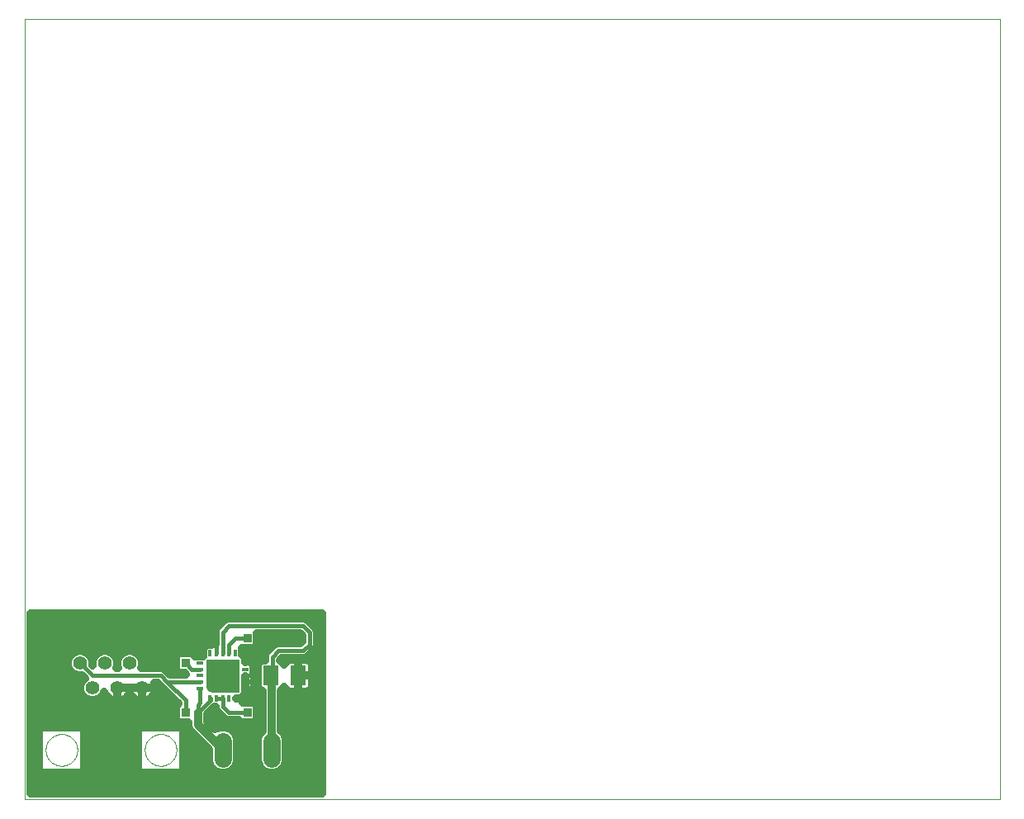
<source format=gtl>
G75*
%MOIN*%
%OFA0B0*%
%FSLAX24Y24*%
%IPPOS*%
%LPD*%
%AMOC8*
5,1,8,0,0,1.08239X$1,22.5*
%
%ADD10C,0.0000*%
%ADD11C,0.0001*%
%ADD12R,0.0118X0.0256*%
%ADD13R,0.0256X0.0118*%
%ADD14C,0.0554*%
%ADD15R,0.0630X0.0787*%
%ADD16C,0.0705*%
%ADD17C,0.0320*%
%ADD18R,0.0356X0.0356*%
%ADD19C,0.0160*%
D10*
X000260Y001204D02*
X000260Y032700D01*
X039630Y032700D01*
X039630Y001204D01*
X000260Y001204D01*
X001120Y003204D02*
X001122Y003254D01*
X001128Y003304D01*
X001138Y003353D01*
X001151Y003402D01*
X001169Y003449D01*
X001190Y003495D01*
X001214Y003538D01*
X001242Y003580D01*
X001273Y003620D01*
X001307Y003657D01*
X001344Y003691D01*
X001384Y003722D01*
X001426Y003750D01*
X001469Y003774D01*
X001515Y003795D01*
X001562Y003813D01*
X001611Y003826D01*
X001660Y003836D01*
X001710Y003842D01*
X001760Y003844D01*
X001810Y003842D01*
X001860Y003836D01*
X001909Y003826D01*
X001958Y003813D01*
X002005Y003795D01*
X002051Y003774D01*
X002094Y003750D01*
X002136Y003722D01*
X002176Y003691D01*
X002213Y003657D01*
X002247Y003620D01*
X002278Y003580D01*
X002306Y003538D01*
X002330Y003495D01*
X002351Y003449D01*
X002369Y003402D01*
X002382Y003353D01*
X002392Y003304D01*
X002398Y003254D01*
X002400Y003204D01*
X002398Y003154D01*
X002392Y003104D01*
X002382Y003055D01*
X002369Y003006D01*
X002351Y002959D01*
X002330Y002913D01*
X002306Y002870D01*
X002278Y002828D01*
X002247Y002788D01*
X002213Y002751D01*
X002176Y002717D01*
X002136Y002686D01*
X002094Y002658D01*
X002051Y002634D01*
X002005Y002613D01*
X001958Y002595D01*
X001909Y002582D01*
X001860Y002572D01*
X001810Y002566D01*
X001760Y002564D01*
X001710Y002566D01*
X001660Y002572D01*
X001611Y002582D01*
X001562Y002595D01*
X001515Y002613D01*
X001469Y002634D01*
X001426Y002658D01*
X001384Y002686D01*
X001344Y002717D01*
X001307Y002751D01*
X001273Y002788D01*
X001242Y002828D01*
X001214Y002870D01*
X001190Y002913D01*
X001169Y002959D01*
X001151Y003006D01*
X001138Y003055D01*
X001128Y003104D01*
X001122Y003154D01*
X001120Y003204D01*
X005120Y003204D02*
X005122Y003254D01*
X005128Y003304D01*
X005138Y003353D01*
X005151Y003402D01*
X005169Y003449D01*
X005190Y003495D01*
X005214Y003538D01*
X005242Y003580D01*
X005273Y003620D01*
X005307Y003657D01*
X005344Y003691D01*
X005384Y003722D01*
X005426Y003750D01*
X005469Y003774D01*
X005515Y003795D01*
X005562Y003813D01*
X005611Y003826D01*
X005660Y003836D01*
X005710Y003842D01*
X005760Y003844D01*
X005810Y003842D01*
X005860Y003836D01*
X005909Y003826D01*
X005958Y003813D01*
X006005Y003795D01*
X006051Y003774D01*
X006094Y003750D01*
X006136Y003722D01*
X006176Y003691D01*
X006213Y003657D01*
X006247Y003620D01*
X006278Y003580D01*
X006306Y003538D01*
X006330Y003495D01*
X006351Y003449D01*
X006369Y003402D01*
X006382Y003353D01*
X006392Y003304D01*
X006398Y003254D01*
X006400Y003204D01*
X006398Y003154D01*
X006392Y003104D01*
X006382Y003055D01*
X006369Y003006D01*
X006351Y002959D01*
X006330Y002913D01*
X006306Y002870D01*
X006278Y002828D01*
X006247Y002788D01*
X006213Y002751D01*
X006176Y002717D01*
X006136Y002686D01*
X006094Y002658D01*
X006051Y002634D01*
X006005Y002613D01*
X005958Y002595D01*
X005909Y002582D01*
X005860Y002572D01*
X005810Y002566D01*
X005760Y002564D01*
X005710Y002566D01*
X005660Y002572D01*
X005611Y002582D01*
X005562Y002595D01*
X005515Y002613D01*
X005469Y002634D01*
X005426Y002658D01*
X005384Y002686D01*
X005344Y002717D01*
X005307Y002751D01*
X005273Y002788D01*
X005242Y002828D01*
X005214Y002870D01*
X005190Y002913D01*
X005169Y002959D01*
X005151Y003006D01*
X005138Y003055D01*
X005128Y003104D01*
X005122Y003154D01*
X005120Y003204D01*
X007732Y005584D02*
X007774Y005569D01*
X007818Y005564D01*
X008900Y005564D01*
X008900Y006844D01*
X007620Y006844D01*
X007620Y005762D01*
X007625Y005718D01*
X007640Y005676D01*
X007663Y005638D01*
X007695Y005607D01*
X007732Y005584D01*
D11*
X007732Y005583D02*
X008900Y005583D01*
X008900Y005582D02*
X007735Y005582D01*
X007738Y005581D02*
X008900Y005581D01*
X008900Y005580D02*
X007741Y005580D01*
X007744Y005579D02*
X008900Y005579D01*
X008900Y005578D02*
X007747Y005578D01*
X007750Y005577D02*
X008900Y005577D01*
X008900Y005576D02*
X007752Y005576D01*
X007755Y005575D02*
X008900Y005575D01*
X008900Y005574D02*
X007758Y005574D01*
X007761Y005573D02*
X008900Y005573D01*
X008900Y005572D02*
X007764Y005572D01*
X007767Y005571D02*
X008900Y005571D01*
X008900Y005570D02*
X007770Y005570D01*
X007772Y005569D02*
X008900Y005569D01*
X008900Y005568D02*
X007778Y005568D01*
X007787Y005567D02*
X008900Y005567D01*
X008900Y005566D02*
X007796Y005566D01*
X007805Y005565D02*
X008900Y005565D01*
X008900Y005564D02*
X007814Y005564D01*
X007731Y005584D02*
X008900Y005584D01*
X008900Y005585D02*
X007729Y005585D01*
X007728Y005586D02*
X008900Y005586D01*
X008900Y005587D02*
X007726Y005587D01*
X007724Y005588D02*
X008900Y005588D01*
X008900Y005589D02*
X007723Y005589D01*
X007721Y005590D02*
X008900Y005590D01*
X008900Y005591D02*
X007720Y005591D01*
X007718Y005592D02*
X008900Y005592D01*
X008900Y005593D02*
X007716Y005593D01*
X007715Y005594D02*
X008900Y005594D01*
X008900Y005595D02*
X007713Y005595D01*
X007712Y005596D02*
X008900Y005596D01*
X008900Y005597D02*
X007710Y005597D01*
X007708Y005598D02*
X008900Y005598D01*
X008900Y005599D02*
X007707Y005599D01*
X007705Y005600D02*
X008900Y005600D01*
X008900Y005601D02*
X007704Y005601D01*
X007702Y005602D02*
X008900Y005602D01*
X008900Y005603D02*
X007701Y005603D01*
X007699Y005604D02*
X008900Y005604D01*
X008900Y005605D02*
X007697Y005605D01*
X007696Y005606D02*
X008900Y005606D01*
X008900Y005607D02*
X007694Y005607D01*
X007693Y005608D02*
X008900Y005608D01*
X008900Y005609D02*
X007692Y005609D01*
X007691Y005610D02*
X008900Y005610D01*
X008900Y005611D02*
X007690Y005611D01*
X007689Y005612D02*
X008900Y005612D01*
X008900Y005613D02*
X007688Y005613D01*
X007687Y005614D02*
X008900Y005614D01*
X008900Y005615D02*
X007686Y005615D01*
X007685Y005616D02*
X008900Y005616D01*
X008900Y005617D02*
X007684Y005617D01*
X007683Y005618D02*
X008900Y005618D01*
X008900Y005619D02*
X007682Y005619D01*
X007681Y005620D02*
X008900Y005620D01*
X008900Y005621D02*
X007680Y005621D01*
X007679Y005622D02*
X008900Y005622D01*
X008900Y005623D02*
X007678Y005623D01*
X007677Y005624D02*
X008900Y005624D01*
X008900Y005625D02*
X007676Y005625D01*
X007675Y005626D02*
X008900Y005626D01*
X008900Y005627D02*
X007674Y005627D01*
X007673Y005628D02*
X008900Y005628D01*
X008900Y005629D02*
X007672Y005629D01*
X007671Y005630D02*
X008900Y005630D01*
X008900Y005631D02*
X007670Y005631D01*
X007669Y005632D02*
X008900Y005632D01*
X008900Y005633D02*
X007668Y005633D01*
X007667Y005634D02*
X008900Y005634D01*
X008900Y005635D02*
X007666Y005635D01*
X007665Y005636D02*
X008900Y005636D01*
X008900Y005637D02*
X007664Y005637D01*
X007663Y005638D02*
X008900Y005638D01*
X008900Y005639D02*
X007663Y005639D01*
X007662Y005640D02*
X008900Y005640D01*
X008900Y005641D02*
X007661Y005641D01*
X007661Y005642D02*
X008900Y005642D01*
X008900Y005643D02*
X007660Y005643D01*
X007660Y005644D02*
X008900Y005644D01*
X008900Y005645D02*
X007659Y005645D01*
X007658Y005646D02*
X008900Y005646D01*
X008900Y005647D02*
X007658Y005647D01*
X007657Y005648D02*
X008900Y005648D01*
X008900Y005649D02*
X007656Y005649D01*
X007656Y005650D02*
X008900Y005650D01*
X008900Y005651D02*
X007655Y005651D01*
X007655Y005652D02*
X008900Y005652D01*
X008900Y005653D02*
X007654Y005653D01*
X007653Y005654D02*
X008900Y005654D01*
X008900Y005655D02*
X007653Y005655D01*
X007652Y005656D02*
X008900Y005656D01*
X008900Y005657D02*
X007651Y005657D01*
X007651Y005658D02*
X008900Y005658D01*
X008900Y005659D02*
X007650Y005659D01*
X007650Y005660D02*
X008900Y005660D01*
X008900Y005661D02*
X007649Y005661D01*
X007648Y005662D02*
X008900Y005662D01*
X008900Y005663D02*
X007648Y005663D01*
X007647Y005664D02*
X008900Y005664D01*
X008900Y005665D02*
X007646Y005665D01*
X007646Y005666D02*
X008900Y005666D01*
X008900Y005667D02*
X007645Y005667D01*
X007645Y005668D02*
X008900Y005668D01*
X008900Y005669D02*
X007644Y005669D01*
X007643Y005670D02*
X008900Y005670D01*
X008900Y005671D02*
X007643Y005671D01*
X007642Y005672D02*
X008900Y005672D01*
X008900Y005673D02*
X007641Y005673D01*
X007641Y005674D02*
X008900Y005674D01*
X008900Y005675D02*
X007640Y005675D01*
X007640Y005676D02*
X008900Y005676D01*
X008900Y005677D02*
X007639Y005677D01*
X007639Y005678D02*
X008900Y005678D01*
X008900Y005679D02*
X007639Y005679D01*
X007638Y005680D02*
X008900Y005680D01*
X008900Y005681D02*
X007638Y005681D01*
X007638Y005682D02*
X008900Y005682D01*
X008900Y005683D02*
X007637Y005683D01*
X007637Y005684D02*
X008900Y005684D01*
X008900Y005685D02*
X007637Y005685D01*
X007636Y005686D02*
X008900Y005686D01*
X008900Y005687D02*
X007636Y005687D01*
X007635Y005688D02*
X008900Y005688D01*
X008900Y005689D02*
X007635Y005689D01*
X007635Y005690D02*
X008900Y005690D01*
X008900Y005691D02*
X007634Y005691D01*
X007634Y005692D02*
X008900Y005692D01*
X008900Y005693D02*
X007634Y005693D01*
X007633Y005694D02*
X008900Y005694D01*
X008900Y005695D02*
X007633Y005695D01*
X007633Y005696D02*
X008900Y005696D01*
X008900Y005697D02*
X007632Y005697D01*
X007632Y005698D02*
X008900Y005698D01*
X008900Y005699D02*
X007632Y005699D01*
X007631Y005700D02*
X008900Y005700D01*
X008900Y005701D02*
X007631Y005701D01*
X007631Y005702D02*
X008900Y005702D01*
X008900Y005703D02*
X007630Y005703D01*
X007630Y005704D02*
X008900Y005704D01*
X008900Y005705D02*
X007630Y005705D01*
X007629Y005706D02*
X008900Y005706D01*
X008900Y005707D02*
X007629Y005707D01*
X007628Y005708D02*
X008900Y005708D01*
X008900Y005709D02*
X007628Y005709D01*
X007628Y005710D02*
X008900Y005710D01*
X008900Y005711D02*
X007627Y005711D01*
X007627Y005712D02*
X008900Y005712D01*
X008900Y005713D02*
X007627Y005713D01*
X007626Y005714D02*
X008900Y005714D01*
X008900Y005715D02*
X007626Y005715D01*
X007626Y005716D02*
X008900Y005716D01*
X008900Y005717D02*
X007625Y005717D01*
X007625Y005718D02*
X008900Y005718D01*
X008900Y005719D02*
X007625Y005719D01*
X007625Y005720D02*
X008900Y005720D01*
X008900Y005721D02*
X007625Y005721D01*
X007625Y005722D02*
X008900Y005722D01*
X008900Y005723D02*
X007625Y005723D01*
X007624Y005724D02*
X008900Y005724D01*
X008900Y005725D02*
X007624Y005725D01*
X007624Y005726D02*
X008900Y005726D01*
X008900Y005727D02*
X007624Y005727D01*
X007624Y005728D02*
X008900Y005728D01*
X008900Y005729D02*
X007624Y005729D01*
X007624Y005730D02*
X008900Y005730D01*
X008900Y005731D02*
X007624Y005731D01*
X007624Y005732D02*
X008900Y005732D01*
X008900Y005733D02*
X007623Y005733D01*
X007623Y005734D02*
X008900Y005734D01*
X008900Y005735D02*
X007623Y005735D01*
X007623Y005736D02*
X008900Y005736D01*
X008900Y005737D02*
X007623Y005737D01*
X007623Y005738D02*
X008900Y005738D01*
X008900Y005739D02*
X007623Y005739D01*
X007623Y005740D02*
X008900Y005740D01*
X008900Y005741D02*
X007623Y005741D01*
X007622Y005742D02*
X008900Y005742D01*
X008900Y005743D02*
X007622Y005743D01*
X007622Y005744D02*
X008900Y005744D01*
X008900Y005745D02*
X007622Y005745D01*
X007622Y005746D02*
X008900Y005746D01*
X008900Y005747D02*
X007622Y005747D01*
X007622Y005748D02*
X008900Y005748D01*
X008900Y005749D02*
X007622Y005749D01*
X007622Y005750D02*
X008900Y005750D01*
X008900Y005751D02*
X007621Y005751D01*
X007621Y005752D02*
X008900Y005752D01*
X008900Y005753D02*
X007621Y005753D01*
X007621Y005754D02*
X008900Y005754D01*
X008900Y005755D02*
X007621Y005755D01*
X007621Y005756D02*
X008900Y005756D01*
X008900Y005757D02*
X007621Y005757D01*
X007621Y005758D02*
X008900Y005758D01*
X008900Y005759D02*
X007621Y005759D01*
X007620Y005760D02*
X008900Y005760D01*
X008900Y005761D02*
X007620Y005761D01*
X007620Y005762D02*
X008900Y005762D01*
X008900Y005763D02*
X007620Y005763D01*
X007620Y005764D02*
X008900Y005764D01*
X008900Y005765D02*
X007620Y005765D01*
X007620Y005766D02*
X008900Y005766D01*
X008900Y005767D02*
X007620Y005767D01*
X007620Y005768D02*
X008900Y005768D01*
X008900Y005769D02*
X007620Y005769D01*
X007620Y005770D02*
X008900Y005770D01*
X008900Y005771D02*
X007620Y005771D01*
X007620Y005772D02*
X008900Y005772D01*
X008900Y005773D02*
X007620Y005773D01*
X007620Y005774D02*
X008900Y005774D01*
X008900Y005775D02*
X007620Y005775D01*
X007620Y005776D02*
X008900Y005776D01*
X008900Y005777D02*
X007620Y005777D01*
X007620Y005778D02*
X008900Y005778D01*
X008900Y005779D02*
X007620Y005779D01*
X007620Y005780D02*
X008900Y005780D01*
X008900Y005781D02*
X007620Y005781D01*
X007620Y005782D02*
X008900Y005782D01*
X008900Y005783D02*
X007620Y005783D01*
X007620Y005784D02*
X008900Y005784D01*
X008900Y005785D02*
X007620Y005785D01*
X007620Y005786D02*
X008900Y005786D01*
X008900Y005787D02*
X007620Y005787D01*
X007620Y005788D02*
X008900Y005788D01*
X008900Y005789D02*
X007620Y005789D01*
X007620Y005790D02*
X008900Y005790D01*
X008900Y005791D02*
X007620Y005791D01*
X007620Y005792D02*
X008900Y005792D01*
X008900Y005793D02*
X007620Y005793D01*
X007620Y005794D02*
X008900Y005794D01*
X008900Y005795D02*
X007620Y005795D01*
X007620Y005796D02*
X008900Y005796D01*
X008900Y005797D02*
X007620Y005797D01*
X007620Y005798D02*
X008900Y005798D01*
X008900Y005799D02*
X007620Y005799D01*
X007620Y005800D02*
X008900Y005800D01*
X008900Y005801D02*
X007620Y005801D01*
X007620Y005802D02*
X008900Y005802D01*
X008900Y005803D02*
X007620Y005803D01*
X007620Y005804D02*
X008900Y005804D01*
X008900Y005805D02*
X007620Y005805D01*
X007620Y005806D02*
X008900Y005806D01*
X008900Y005807D02*
X007620Y005807D01*
X007620Y005808D02*
X008900Y005808D01*
X008900Y005809D02*
X007620Y005809D01*
X007620Y005810D02*
X008900Y005810D01*
X008900Y005811D02*
X007620Y005811D01*
X007620Y005812D02*
X008900Y005812D01*
X008900Y005813D02*
X007620Y005813D01*
X007620Y005814D02*
X008900Y005814D01*
X008900Y005815D02*
X007620Y005815D01*
X007620Y005816D02*
X008900Y005816D01*
X008900Y005817D02*
X007620Y005817D01*
X007620Y005818D02*
X008900Y005818D01*
X008900Y005819D02*
X007620Y005819D01*
X007620Y005820D02*
X008900Y005820D01*
X008900Y005821D02*
X007620Y005821D01*
X007620Y005822D02*
X008900Y005822D01*
X008900Y005823D02*
X007620Y005823D01*
X007620Y005824D02*
X008900Y005824D01*
X008900Y005825D02*
X007620Y005825D01*
X007620Y005826D02*
X008900Y005826D01*
X008900Y005827D02*
X007620Y005827D01*
X007620Y005828D02*
X008900Y005828D01*
X008900Y005829D02*
X007620Y005829D01*
X007620Y005830D02*
X008900Y005830D01*
X008900Y005831D02*
X007620Y005831D01*
X007620Y005832D02*
X008900Y005832D01*
X008900Y005833D02*
X007620Y005833D01*
X007620Y005834D02*
X008900Y005834D01*
X008900Y005835D02*
X007620Y005835D01*
X007620Y005836D02*
X008900Y005836D01*
X008900Y005837D02*
X007620Y005837D01*
X007620Y005838D02*
X008900Y005838D01*
X008900Y005839D02*
X007620Y005839D01*
X007620Y005840D02*
X008900Y005840D01*
X008900Y005841D02*
X007620Y005841D01*
X007620Y005842D02*
X008900Y005842D01*
X008900Y005843D02*
X007620Y005843D01*
X007620Y005844D02*
X008900Y005844D01*
X008900Y005845D02*
X007620Y005845D01*
X007620Y005846D02*
X008900Y005846D01*
X008900Y005847D02*
X007620Y005847D01*
X007620Y005848D02*
X008900Y005848D01*
X008900Y005849D02*
X007620Y005849D01*
X007620Y005850D02*
X008900Y005850D01*
X008900Y005851D02*
X007620Y005851D01*
X007620Y005852D02*
X008900Y005852D01*
X008900Y005853D02*
X007620Y005853D01*
X007620Y005854D02*
X008900Y005854D01*
X008900Y005855D02*
X007620Y005855D01*
X007620Y005856D02*
X008900Y005856D01*
X008900Y005857D02*
X007620Y005857D01*
X007620Y005858D02*
X008900Y005858D01*
X008900Y005859D02*
X007620Y005859D01*
X007620Y005860D02*
X008900Y005860D01*
X008900Y005861D02*
X007620Y005861D01*
X007620Y005862D02*
X008900Y005862D01*
X008900Y005863D02*
X007620Y005863D01*
X007620Y005864D02*
X008900Y005864D01*
X008900Y005865D02*
X007620Y005865D01*
X007620Y005866D02*
X008900Y005866D01*
X008900Y005867D02*
X007620Y005867D01*
X007620Y005868D02*
X008900Y005868D01*
X008900Y005869D02*
X007620Y005869D01*
X007620Y005870D02*
X008900Y005870D01*
X008900Y005871D02*
X007620Y005871D01*
X007620Y005872D02*
X008900Y005872D01*
X008900Y005873D02*
X007620Y005873D01*
X007620Y005874D02*
X008900Y005874D01*
X008900Y005875D02*
X007620Y005875D01*
X007620Y005876D02*
X008900Y005876D01*
X008900Y005877D02*
X007620Y005877D01*
X007620Y005878D02*
X008900Y005878D01*
X008900Y005879D02*
X007620Y005879D01*
X007620Y005880D02*
X008900Y005880D01*
X008900Y005881D02*
X007620Y005881D01*
X007620Y005882D02*
X008900Y005882D01*
X008900Y005883D02*
X007620Y005883D01*
X007620Y005884D02*
X008900Y005884D01*
X008900Y005885D02*
X007620Y005885D01*
X007620Y005886D02*
X008900Y005886D01*
X008900Y005887D02*
X007620Y005887D01*
X007620Y005888D02*
X008900Y005888D01*
X008900Y005889D02*
X007620Y005889D01*
X007620Y005890D02*
X008900Y005890D01*
X008900Y005891D02*
X007620Y005891D01*
X007620Y005892D02*
X008900Y005892D01*
X008900Y005893D02*
X007620Y005893D01*
X007620Y005894D02*
X008900Y005894D01*
X008900Y005895D02*
X007620Y005895D01*
X007620Y005896D02*
X008900Y005896D01*
X008900Y005897D02*
X007620Y005897D01*
X007620Y005898D02*
X008900Y005898D01*
X008900Y005899D02*
X007620Y005899D01*
X007620Y005900D02*
X008900Y005900D01*
X008900Y005901D02*
X007620Y005901D01*
X007620Y005902D02*
X008900Y005902D01*
X008900Y005903D02*
X007620Y005903D01*
X007620Y005904D02*
X008900Y005904D01*
X008900Y005905D02*
X007620Y005905D01*
X007620Y005906D02*
X008900Y005906D01*
X008900Y005907D02*
X007620Y005907D01*
X007620Y005908D02*
X008900Y005908D01*
X008900Y005909D02*
X007620Y005909D01*
X007620Y005910D02*
X008900Y005910D01*
X008900Y005911D02*
X007620Y005911D01*
X007620Y005912D02*
X008900Y005912D01*
X008900Y005913D02*
X007620Y005913D01*
X007620Y005914D02*
X008900Y005914D01*
X008900Y005915D02*
X007620Y005915D01*
X007620Y005916D02*
X008900Y005916D01*
X008900Y005917D02*
X007620Y005917D01*
X007620Y005918D02*
X008900Y005918D01*
X008900Y005919D02*
X007620Y005919D01*
X007620Y005920D02*
X008900Y005920D01*
X008900Y005921D02*
X007620Y005921D01*
X007620Y005922D02*
X008900Y005922D01*
X008900Y005923D02*
X007620Y005923D01*
X007620Y005924D02*
X008900Y005924D01*
X008900Y005925D02*
X007620Y005925D01*
X007620Y005926D02*
X008900Y005926D01*
X008900Y005927D02*
X007620Y005927D01*
X007620Y005928D02*
X008900Y005928D01*
X008900Y005929D02*
X007620Y005929D01*
X007620Y005930D02*
X008900Y005930D01*
X008900Y005931D02*
X007620Y005931D01*
X007620Y005932D02*
X008900Y005932D01*
X008900Y005933D02*
X007620Y005933D01*
X007620Y005934D02*
X008900Y005934D01*
X008900Y005935D02*
X007620Y005935D01*
X007620Y005936D02*
X008900Y005936D01*
X008900Y005937D02*
X007620Y005937D01*
X007620Y005938D02*
X008900Y005938D01*
X008900Y005939D02*
X007620Y005939D01*
X007620Y005940D02*
X008900Y005940D01*
X008900Y005941D02*
X007620Y005941D01*
X007620Y005942D02*
X008900Y005942D01*
X008900Y005943D02*
X007620Y005943D01*
X007620Y005944D02*
X008900Y005944D01*
X008900Y005945D02*
X007620Y005945D01*
X007620Y005946D02*
X008900Y005946D01*
X008900Y005947D02*
X007620Y005947D01*
X007620Y005948D02*
X008900Y005948D01*
X008900Y005949D02*
X007620Y005949D01*
X007620Y005950D02*
X008900Y005950D01*
X008900Y005951D02*
X007620Y005951D01*
X007620Y005952D02*
X008900Y005952D01*
X008900Y005953D02*
X007620Y005953D01*
X007620Y005954D02*
X008900Y005954D01*
X008900Y005955D02*
X007620Y005955D01*
X007620Y005956D02*
X008900Y005956D01*
X008900Y005957D02*
X007620Y005957D01*
X007620Y005958D02*
X008900Y005958D01*
X008900Y005959D02*
X007620Y005959D01*
X007620Y005960D02*
X008900Y005960D01*
X008900Y005961D02*
X007620Y005961D01*
X007620Y005962D02*
X008900Y005962D01*
X008900Y005963D02*
X007620Y005963D01*
X007620Y005964D02*
X008900Y005964D01*
X008900Y005965D02*
X007620Y005965D01*
X007620Y005966D02*
X008900Y005966D01*
X008900Y005967D02*
X007620Y005967D01*
X007620Y005968D02*
X008900Y005968D01*
X008900Y005969D02*
X007620Y005969D01*
X007620Y005970D02*
X008900Y005970D01*
X008900Y005971D02*
X007620Y005971D01*
X007620Y005972D02*
X008900Y005972D01*
X008900Y005973D02*
X007620Y005973D01*
X007620Y005974D02*
X008900Y005974D01*
X008900Y005975D02*
X007620Y005975D01*
X007620Y005976D02*
X008900Y005976D01*
X008900Y005977D02*
X007620Y005977D01*
X007620Y005978D02*
X008900Y005978D01*
X008900Y005979D02*
X007620Y005979D01*
X007620Y005980D02*
X008900Y005980D01*
X008900Y005981D02*
X007620Y005981D01*
X007620Y005982D02*
X008900Y005982D01*
X008900Y005983D02*
X007620Y005983D01*
X007620Y005984D02*
X008900Y005984D01*
X008900Y005985D02*
X007620Y005985D01*
X007620Y005986D02*
X008900Y005986D01*
X008900Y005987D02*
X007620Y005987D01*
X007620Y005988D02*
X008900Y005988D01*
X008900Y005989D02*
X007620Y005989D01*
X007620Y005990D02*
X008900Y005990D01*
X008900Y005991D02*
X007620Y005991D01*
X007620Y005992D02*
X008900Y005992D01*
X008900Y005993D02*
X007620Y005993D01*
X007620Y005994D02*
X008900Y005994D01*
X008900Y005995D02*
X007620Y005995D01*
X007620Y005996D02*
X008900Y005996D01*
X008900Y005997D02*
X007620Y005997D01*
X007620Y005998D02*
X008900Y005998D01*
X008900Y005999D02*
X007620Y005999D01*
X007620Y006000D02*
X008900Y006000D01*
X008900Y006001D02*
X007620Y006001D01*
X007620Y006002D02*
X008900Y006002D01*
X008900Y006003D02*
X007620Y006003D01*
X007620Y006004D02*
X008900Y006004D01*
X008900Y006005D02*
X007620Y006005D01*
X007620Y006006D02*
X008900Y006006D01*
X008900Y006007D02*
X007620Y006007D01*
X007620Y006008D02*
X008900Y006008D01*
X008900Y006009D02*
X007620Y006009D01*
X007620Y006010D02*
X008900Y006010D01*
X008900Y006011D02*
X007620Y006011D01*
X007620Y006012D02*
X008900Y006012D01*
X008900Y006013D02*
X007620Y006013D01*
X007620Y006014D02*
X008900Y006014D01*
X008900Y006015D02*
X007620Y006015D01*
X007620Y006016D02*
X008900Y006016D01*
X008900Y006017D02*
X007620Y006017D01*
X007620Y006018D02*
X008900Y006018D01*
X008900Y006019D02*
X007620Y006019D01*
X007620Y006020D02*
X008900Y006020D01*
X008900Y006021D02*
X007620Y006021D01*
X007620Y006022D02*
X008900Y006022D01*
X008900Y006023D02*
X007620Y006023D01*
X007620Y006024D02*
X008900Y006024D01*
X008900Y006025D02*
X007620Y006025D01*
X007620Y006026D02*
X008900Y006026D01*
X008900Y006027D02*
X007620Y006027D01*
X007620Y006028D02*
X008900Y006028D01*
X008900Y006029D02*
X007620Y006029D01*
X007620Y006030D02*
X008900Y006030D01*
X008900Y006031D02*
X007620Y006031D01*
X007620Y006032D02*
X008900Y006032D01*
X008900Y006033D02*
X007620Y006033D01*
X007620Y006034D02*
X008900Y006034D01*
X008900Y006035D02*
X007620Y006035D01*
X007620Y006036D02*
X008900Y006036D01*
X008900Y006037D02*
X007620Y006037D01*
X007620Y006038D02*
X008900Y006038D01*
X008900Y006039D02*
X007620Y006039D01*
X007620Y006040D02*
X008900Y006040D01*
X008900Y006041D02*
X007620Y006041D01*
X007620Y006042D02*
X008900Y006042D01*
X008900Y006043D02*
X007620Y006043D01*
X007620Y006044D02*
X008900Y006044D01*
X008900Y006045D02*
X007620Y006045D01*
X007620Y006046D02*
X008900Y006046D01*
X008900Y006047D02*
X007620Y006047D01*
X007620Y006048D02*
X008900Y006048D01*
X008900Y006049D02*
X007620Y006049D01*
X007620Y006050D02*
X008900Y006050D01*
X008900Y006051D02*
X007620Y006051D01*
X007620Y006052D02*
X008900Y006052D01*
X008900Y006053D02*
X007620Y006053D01*
X007620Y006054D02*
X008900Y006054D01*
X008900Y006055D02*
X007620Y006055D01*
X007620Y006056D02*
X008900Y006056D01*
X008900Y006057D02*
X007620Y006057D01*
X007620Y006058D02*
X008900Y006058D01*
X008900Y006059D02*
X007620Y006059D01*
X007620Y006060D02*
X008900Y006060D01*
X008900Y006061D02*
X007620Y006061D01*
X007620Y006062D02*
X008900Y006062D01*
X008900Y006063D02*
X007620Y006063D01*
X007620Y006064D02*
X008900Y006064D01*
X008900Y006065D02*
X007620Y006065D01*
X007620Y006066D02*
X008900Y006066D01*
X008900Y006067D02*
X007620Y006067D01*
X007620Y006068D02*
X008900Y006068D01*
X008900Y006069D02*
X007620Y006069D01*
X007620Y006070D02*
X008900Y006070D01*
X008900Y006071D02*
X007620Y006071D01*
X007620Y006072D02*
X008900Y006072D01*
X008900Y006073D02*
X007620Y006073D01*
X007620Y006074D02*
X008900Y006074D01*
X008900Y006075D02*
X007620Y006075D01*
X007620Y006076D02*
X008900Y006076D01*
X008900Y006077D02*
X007620Y006077D01*
X007620Y006078D02*
X008900Y006078D01*
X008900Y006079D02*
X007620Y006079D01*
X007620Y006080D02*
X008900Y006080D01*
X008900Y006081D02*
X007620Y006081D01*
X007620Y006082D02*
X008900Y006082D01*
X008900Y006083D02*
X007620Y006083D01*
X007620Y006084D02*
X008900Y006084D01*
X008900Y006085D02*
X007620Y006085D01*
X007620Y006086D02*
X008900Y006086D01*
X008900Y006087D02*
X007620Y006087D01*
X007620Y006088D02*
X008900Y006088D01*
X008900Y006089D02*
X007620Y006089D01*
X007620Y006090D02*
X008900Y006090D01*
X008900Y006091D02*
X007620Y006091D01*
X007620Y006092D02*
X008900Y006092D01*
X008900Y006093D02*
X007620Y006093D01*
X007620Y006094D02*
X008900Y006094D01*
X008900Y006095D02*
X007620Y006095D01*
X007620Y006096D02*
X008900Y006096D01*
X008900Y006097D02*
X007620Y006097D01*
X007620Y006098D02*
X008900Y006098D01*
X008900Y006099D02*
X007620Y006099D01*
X007620Y006100D02*
X008900Y006100D01*
X008900Y006101D02*
X007620Y006101D01*
X007620Y006102D02*
X008900Y006102D01*
X008900Y006103D02*
X007620Y006103D01*
X007620Y006104D02*
X008900Y006104D01*
X008900Y006105D02*
X007620Y006105D01*
X007620Y006106D02*
X008900Y006106D01*
X008900Y006107D02*
X007620Y006107D01*
X007620Y006108D02*
X008900Y006108D01*
X008900Y006109D02*
X007620Y006109D01*
X007620Y006110D02*
X008900Y006110D01*
X008900Y006111D02*
X007620Y006111D01*
X007620Y006112D02*
X008900Y006112D01*
X008900Y006113D02*
X007620Y006113D01*
X007620Y006114D02*
X008900Y006114D01*
X008900Y006115D02*
X007620Y006115D01*
X007620Y006116D02*
X008900Y006116D01*
X008900Y006117D02*
X007620Y006117D01*
X007620Y006118D02*
X008900Y006118D01*
X008900Y006119D02*
X007620Y006119D01*
X007620Y006120D02*
X008900Y006120D01*
X008900Y006121D02*
X007620Y006121D01*
X007620Y006122D02*
X008900Y006122D01*
X008900Y006123D02*
X007620Y006123D01*
X007620Y006124D02*
X008900Y006124D01*
X008900Y006125D02*
X007620Y006125D01*
X007620Y006126D02*
X008900Y006126D01*
X008900Y006127D02*
X007620Y006127D01*
X007620Y006128D02*
X008900Y006128D01*
X008900Y006129D02*
X007620Y006129D01*
X007620Y006130D02*
X008900Y006130D01*
X008900Y006131D02*
X007620Y006131D01*
X007620Y006132D02*
X008900Y006132D01*
X008900Y006133D02*
X007620Y006133D01*
X007620Y006134D02*
X008900Y006134D01*
X008900Y006135D02*
X007620Y006135D01*
X007620Y006136D02*
X008900Y006136D01*
X008900Y006137D02*
X007620Y006137D01*
X007620Y006138D02*
X008900Y006138D01*
X008900Y006139D02*
X007620Y006139D01*
X007620Y006140D02*
X008900Y006140D01*
X008900Y006141D02*
X007620Y006141D01*
X007620Y006142D02*
X008900Y006142D01*
X008900Y006143D02*
X007620Y006143D01*
X007620Y006144D02*
X008900Y006144D01*
X008900Y006145D02*
X007620Y006145D01*
X007620Y006146D02*
X008900Y006146D01*
X008900Y006147D02*
X007620Y006147D01*
X007620Y006148D02*
X008900Y006148D01*
X008900Y006149D02*
X007620Y006149D01*
X007620Y006150D02*
X008900Y006150D01*
X008900Y006151D02*
X007620Y006151D01*
X007620Y006152D02*
X008900Y006152D01*
X008900Y006153D02*
X007620Y006153D01*
X007620Y006154D02*
X008900Y006154D01*
X008900Y006155D02*
X007620Y006155D01*
X007620Y006156D02*
X008900Y006156D01*
X008900Y006157D02*
X007620Y006157D01*
X007620Y006158D02*
X008900Y006158D01*
X008900Y006159D02*
X007620Y006159D01*
X007620Y006160D02*
X008900Y006160D01*
X008900Y006161D02*
X007620Y006161D01*
X007620Y006162D02*
X008900Y006162D01*
X008900Y006163D02*
X007620Y006163D01*
X007620Y006164D02*
X008900Y006164D01*
X008900Y006165D02*
X007620Y006165D01*
X007620Y006166D02*
X008900Y006166D01*
X008900Y006167D02*
X007620Y006167D01*
X007620Y006168D02*
X008900Y006168D01*
X008900Y006169D02*
X007620Y006169D01*
X007620Y006170D02*
X008900Y006170D01*
X008900Y006171D02*
X007620Y006171D01*
X007620Y006172D02*
X008900Y006172D01*
X008900Y006173D02*
X007620Y006173D01*
X007620Y006174D02*
X008900Y006174D01*
X008900Y006175D02*
X007620Y006175D01*
X007620Y006176D02*
X008900Y006176D01*
X008900Y006177D02*
X007620Y006177D01*
X007620Y006178D02*
X008900Y006178D01*
X008900Y006179D02*
X007620Y006179D01*
X007620Y006180D02*
X008900Y006180D01*
X008900Y006181D02*
X007620Y006181D01*
X007620Y006182D02*
X008900Y006182D01*
X008900Y006183D02*
X007620Y006183D01*
X007620Y006184D02*
X008900Y006184D01*
X008900Y006185D02*
X007620Y006185D01*
X007620Y006186D02*
X008900Y006186D01*
X008900Y006187D02*
X007620Y006187D01*
X007620Y006188D02*
X008900Y006188D01*
X008900Y006189D02*
X007620Y006189D01*
X007620Y006190D02*
X008900Y006190D01*
X008900Y006191D02*
X007620Y006191D01*
X007620Y006192D02*
X008900Y006192D01*
X008900Y006193D02*
X007620Y006193D01*
X007620Y006194D02*
X008900Y006194D01*
X008900Y006195D02*
X007620Y006195D01*
X007620Y006196D02*
X008900Y006196D01*
X008900Y006197D02*
X007620Y006197D01*
X007620Y006198D02*
X008900Y006198D01*
X008900Y006199D02*
X007620Y006199D01*
X007620Y006200D02*
X008900Y006200D01*
X008900Y006201D02*
X007620Y006201D01*
X007620Y006202D02*
X008900Y006202D01*
X008900Y006203D02*
X007620Y006203D01*
X007620Y006204D02*
X008900Y006204D01*
X008900Y006205D02*
X007620Y006205D01*
X007620Y006206D02*
X008900Y006206D01*
X008900Y006207D02*
X007620Y006207D01*
X007620Y006208D02*
X008900Y006208D01*
X008900Y006209D02*
X007620Y006209D01*
X007620Y006210D02*
X008900Y006210D01*
X008900Y006211D02*
X007620Y006211D01*
X007620Y006212D02*
X008900Y006212D01*
X008900Y006213D02*
X007620Y006213D01*
X007620Y006214D02*
X008900Y006214D01*
X008900Y006215D02*
X007620Y006215D01*
X007620Y006216D02*
X008900Y006216D01*
X008900Y006217D02*
X007620Y006217D01*
X007620Y006218D02*
X008900Y006218D01*
X008900Y006219D02*
X007620Y006219D01*
X007620Y006220D02*
X008900Y006220D01*
X008900Y006221D02*
X007620Y006221D01*
X007620Y006222D02*
X008900Y006222D01*
X008900Y006223D02*
X007620Y006223D01*
X007620Y006224D02*
X008900Y006224D01*
X008900Y006225D02*
X007620Y006225D01*
X007620Y006226D02*
X008900Y006226D01*
X008900Y006227D02*
X007620Y006227D01*
X007620Y006228D02*
X008900Y006228D01*
X008900Y006229D02*
X007620Y006229D01*
X007620Y006230D02*
X008900Y006230D01*
X008900Y006231D02*
X007620Y006231D01*
X007620Y006232D02*
X008900Y006232D01*
X008900Y006233D02*
X007620Y006233D01*
X007620Y006234D02*
X008900Y006234D01*
X008900Y006235D02*
X007620Y006235D01*
X007620Y006236D02*
X008900Y006236D01*
X008900Y006237D02*
X007620Y006237D01*
X007620Y006238D02*
X008900Y006238D01*
X008900Y006239D02*
X007620Y006239D01*
X007620Y006240D02*
X008900Y006240D01*
X008900Y006241D02*
X007620Y006241D01*
X007620Y006242D02*
X008900Y006242D01*
X008900Y006243D02*
X007620Y006243D01*
X007620Y006244D02*
X008900Y006244D01*
X008900Y006245D02*
X007620Y006245D01*
X007620Y006246D02*
X008900Y006246D01*
X008900Y006247D02*
X007620Y006247D01*
X007620Y006248D02*
X008900Y006248D01*
X008900Y006249D02*
X007620Y006249D01*
X007620Y006250D02*
X008900Y006250D01*
X008900Y006251D02*
X007620Y006251D01*
X007620Y006252D02*
X008900Y006252D01*
X008900Y006253D02*
X007620Y006253D01*
X007620Y006254D02*
X008900Y006254D01*
X008900Y006255D02*
X007620Y006255D01*
X007620Y006256D02*
X008900Y006256D01*
X008900Y006257D02*
X007620Y006257D01*
X007620Y006258D02*
X008900Y006258D01*
X008900Y006259D02*
X007620Y006259D01*
X007620Y006260D02*
X008900Y006260D01*
X008900Y006261D02*
X007620Y006261D01*
X007620Y006262D02*
X008900Y006262D01*
X008900Y006263D02*
X007620Y006263D01*
X007620Y006264D02*
X008900Y006264D01*
X008900Y006265D02*
X007620Y006265D01*
X007620Y006266D02*
X008900Y006266D01*
X008900Y006267D02*
X007620Y006267D01*
X007620Y006268D02*
X008900Y006268D01*
X008900Y006269D02*
X007620Y006269D01*
X007620Y006270D02*
X008900Y006270D01*
X008900Y006271D02*
X007620Y006271D01*
X007620Y006272D02*
X008900Y006272D01*
X008900Y006273D02*
X007620Y006273D01*
X007620Y006274D02*
X008900Y006274D01*
X008900Y006275D02*
X007620Y006275D01*
X007620Y006276D02*
X008900Y006276D01*
X008900Y006277D02*
X007620Y006277D01*
X007620Y006278D02*
X008900Y006278D01*
X008900Y006279D02*
X007620Y006279D01*
X007620Y006280D02*
X008900Y006280D01*
X008900Y006281D02*
X007620Y006281D01*
X007620Y006282D02*
X008900Y006282D01*
X008900Y006283D02*
X007620Y006283D01*
X007620Y006284D02*
X008900Y006284D01*
X008900Y006285D02*
X007620Y006285D01*
X007620Y006286D02*
X008900Y006286D01*
X008900Y006287D02*
X007620Y006287D01*
X007620Y006288D02*
X008900Y006288D01*
X008900Y006289D02*
X007620Y006289D01*
X007620Y006290D02*
X008900Y006290D01*
X008900Y006291D02*
X007620Y006291D01*
X007620Y006292D02*
X008900Y006292D01*
X008900Y006293D02*
X007620Y006293D01*
X007620Y006294D02*
X008900Y006294D01*
X008900Y006295D02*
X007620Y006295D01*
X007620Y006296D02*
X008900Y006296D01*
X008900Y006297D02*
X007620Y006297D01*
X007620Y006298D02*
X008900Y006298D01*
X008900Y006299D02*
X007620Y006299D01*
X007620Y006300D02*
X008900Y006300D01*
X008900Y006301D02*
X007620Y006301D01*
X007620Y006302D02*
X008900Y006302D01*
X008900Y006303D02*
X007620Y006303D01*
X007620Y006304D02*
X008900Y006304D01*
X008900Y006305D02*
X007620Y006305D01*
X007620Y006306D02*
X008900Y006306D01*
X008900Y006307D02*
X007620Y006307D01*
X007620Y006308D02*
X008900Y006308D01*
X008900Y006309D02*
X007620Y006309D01*
X007620Y006310D02*
X008900Y006310D01*
X008900Y006311D02*
X007620Y006311D01*
X007620Y006312D02*
X008900Y006312D01*
X008900Y006313D02*
X007620Y006313D01*
X007620Y006314D02*
X008900Y006314D01*
X008900Y006315D02*
X007620Y006315D01*
X007620Y006316D02*
X008900Y006316D01*
X008900Y006317D02*
X007620Y006317D01*
X007620Y006318D02*
X008900Y006318D01*
X008900Y006319D02*
X007620Y006319D01*
X007620Y006320D02*
X008900Y006320D01*
X008900Y006321D02*
X007620Y006321D01*
X007620Y006322D02*
X008900Y006322D01*
X008900Y006323D02*
X007620Y006323D01*
X007620Y006324D02*
X008900Y006324D01*
X008900Y006325D02*
X007620Y006325D01*
X007620Y006326D02*
X008900Y006326D01*
X008900Y006327D02*
X007620Y006327D01*
X007620Y006328D02*
X008900Y006328D01*
X008900Y006329D02*
X007620Y006329D01*
X007620Y006330D02*
X008900Y006330D01*
X008900Y006331D02*
X007620Y006331D01*
X007620Y006332D02*
X008900Y006332D01*
X008900Y006333D02*
X007620Y006333D01*
X007620Y006334D02*
X008900Y006334D01*
X008900Y006335D02*
X007620Y006335D01*
X007620Y006336D02*
X008900Y006336D01*
X008900Y006337D02*
X007620Y006337D01*
X007620Y006338D02*
X008900Y006338D01*
X008900Y006339D02*
X007620Y006339D01*
X007620Y006340D02*
X008900Y006340D01*
X008900Y006341D02*
X007620Y006341D01*
X007620Y006342D02*
X008900Y006342D01*
X008900Y006343D02*
X007620Y006343D01*
X007620Y006344D02*
X008900Y006344D01*
X008900Y006345D02*
X007620Y006345D01*
X007620Y006346D02*
X008900Y006346D01*
X008900Y006347D02*
X007620Y006347D01*
X007620Y006348D02*
X008900Y006348D01*
X008900Y006349D02*
X007620Y006349D01*
X007620Y006350D02*
X008900Y006350D01*
X008900Y006351D02*
X007620Y006351D01*
X007620Y006352D02*
X008900Y006352D01*
X008900Y006353D02*
X007620Y006353D01*
X007620Y006354D02*
X008900Y006354D01*
X008900Y006355D02*
X007620Y006355D01*
X007620Y006356D02*
X008900Y006356D01*
X008900Y006357D02*
X007620Y006357D01*
X007620Y006358D02*
X008900Y006358D01*
X008900Y006359D02*
X007620Y006359D01*
X007620Y006360D02*
X008900Y006360D01*
X008900Y006361D02*
X007620Y006361D01*
X007620Y006362D02*
X008900Y006362D01*
X008900Y006363D02*
X007620Y006363D01*
X007620Y006364D02*
X008900Y006364D01*
X008900Y006365D02*
X007620Y006365D01*
X007620Y006366D02*
X008900Y006366D01*
X008900Y006367D02*
X007620Y006367D01*
X007620Y006368D02*
X008900Y006368D01*
X008900Y006369D02*
X007620Y006369D01*
X007620Y006370D02*
X008900Y006370D01*
X008900Y006371D02*
X007620Y006371D01*
X007620Y006372D02*
X008900Y006372D01*
X008900Y006373D02*
X007620Y006373D01*
X007620Y006374D02*
X008900Y006374D01*
X008900Y006375D02*
X007620Y006375D01*
X007620Y006376D02*
X008900Y006376D01*
X008900Y006377D02*
X007620Y006377D01*
X007620Y006378D02*
X008900Y006378D01*
X008900Y006379D02*
X007620Y006379D01*
X007620Y006380D02*
X008900Y006380D01*
X008900Y006381D02*
X007620Y006381D01*
X007620Y006382D02*
X008900Y006382D01*
X008900Y006383D02*
X007620Y006383D01*
X007620Y006384D02*
X008900Y006384D01*
X008900Y006385D02*
X007620Y006385D01*
X007620Y006386D02*
X008900Y006386D01*
X008900Y006387D02*
X007620Y006387D01*
X007620Y006388D02*
X008900Y006388D01*
X008900Y006389D02*
X007620Y006389D01*
X007620Y006390D02*
X008900Y006390D01*
X008900Y006391D02*
X007620Y006391D01*
X007620Y006392D02*
X008900Y006392D01*
X008900Y006393D02*
X007620Y006393D01*
X007620Y006394D02*
X008900Y006394D01*
X008900Y006395D02*
X007620Y006395D01*
X007620Y006396D02*
X008900Y006396D01*
X008900Y006397D02*
X007620Y006397D01*
X007620Y006398D02*
X008900Y006398D01*
X008900Y006399D02*
X007620Y006399D01*
X007620Y006400D02*
X008900Y006400D01*
X008900Y006401D02*
X007620Y006401D01*
X007620Y006402D02*
X008900Y006402D01*
X008900Y006403D02*
X007620Y006403D01*
X007620Y006404D02*
X008900Y006404D01*
X008900Y006405D02*
X007620Y006405D01*
X007620Y006406D02*
X008900Y006406D01*
X008900Y006407D02*
X007620Y006407D01*
X007620Y006408D02*
X008900Y006408D01*
X008900Y006409D02*
X007620Y006409D01*
X007620Y006410D02*
X008900Y006410D01*
X008900Y006411D02*
X007620Y006411D01*
X007620Y006412D02*
X008900Y006412D01*
X008900Y006413D02*
X007620Y006413D01*
X007620Y006414D02*
X008900Y006414D01*
X008900Y006415D02*
X007620Y006415D01*
X007620Y006416D02*
X008900Y006416D01*
X008900Y006417D02*
X007620Y006417D01*
X007620Y006418D02*
X008900Y006418D01*
X008900Y006419D02*
X007620Y006419D01*
X007620Y006420D02*
X008900Y006420D01*
X008900Y006421D02*
X007620Y006421D01*
X007620Y006422D02*
X008900Y006422D01*
X008900Y006423D02*
X007620Y006423D01*
X007620Y006424D02*
X008900Y006424D01*
X008900Y006425D02*
X007620Y006425D01*
X007620Y006426D02*
X008900Y006426D01*
X008900Y006427D02*
X007620Y006427D01*
X007620Y006428D02*
X008900Y006428D01*
X008900Y006429D02*
X007620Y006429D01*
X007620Y006430D02*
X008900Y006430D01*
X008900Y006431D02*
X007620Y006431D01*
X007620Y006432D02*
X008900Y006432D01*
X008900Y006433D02*
X007620Y006433D01*
X007620Y006434D02*
X008900Y006434D01*
X008900Y006435D02*
X007620Y006435D01*
X007620Y006436D02*
X008900Y006436D01*
X008900Y006437D02*
X007620Y006437D01*
X007620Y006438D02*
X008900Y006438D01*
X008900Y006439D02*
X007620Y006439D01*
X007620Y006440D02*
X008900Y006440D01*
X008900Y006441D02*
X007620Y006441D01*
X007620Y006442D02*
X008900Y006442D01*
X008900Y006443D02*
X007620Y006443D01*
X007620Y006444D02*
X008900Y006444D01*
X008900Y006445D02*
X007620Y006445D01*
X007620Y006446D02*
X008900Y006446D01*
X008900Y006447D02*
X007620Y006447D01*
X007620Y006448D02*
X008900Y006448D01*
X008900Y006449D02*
X007620Y006449D01*
X007620Y006450D02*
X008900Y006450D01*
X008900Y006451D02*
X007620Y006451D01*
X007620Y006452D02*
X008900Y006452D01*
X008900Y006453D02*
X007620Y006453D01*
X007620Y006454D02*
X008900Y006454D01*
X008900Y006455D02*
X007620Y006455D01*
X007620Y006456D02*
X008900Y006456D01*
X008900Y006457D02*
X007620Y006457D01*
X007620Y006458D02*
X008900Y006458D01*
X008900Y006459D02*
X007620Y006459D01*
X007620Y006460D02*
X008900Y006460D01*
X008900Y006461D02*
X007620Y006461D01*
X007620Y006462D02*
X008900Y006462D01*
X008900Y006463D02*
X007620Y006463D01*
X007620Y006464D02*
X008900Y006464D01*
X008900Y006465D02*
X007620Y006465D01*
X007620Y006466D02*
X008900Y006466D01*
X008900Y006467D02*
X007620Y006467D01*
X007620Y006468D02*
X008900Y006468D01*
X008900Y006469D02*
X007620Y006469D01*
X007620Y006470D02*
X008900Y006470D01*
X008900Y006471D02*
X007620Y006471D01*
X007620Y006472D02*
X008900Y006472D01*
X008900Y006473D02*
X007620Y006473D01*
X007620Y006474D02*
X008900Y006474D01*
X008900Y006475D02*
X007620Y006475D01*
X007620Y006476D02*
X008900Y006476D01*
X008900Y006477D02*
X007620Y006477D01*
X007620Y006478D02*
X008900Y006478D01*
X008900Y006479D02*
X007620Y006479D01*
X007620Y006480D02*
X008900Y006480D01*
X008900Y006481D02*
X007620Y006481D01*
X007620Y006482D02*
X008900Y006482D01*
X008900Y006483D02*
X007620Y006483D01*
X007620Y006484D02*
X008900Y006484D01*
X008900Y006485D02*
X007620Y006485D01*
X007620Y006486D02*
X008900Y006486D01*
X008900Y006487D02*
X007620Y006487D01*
X007620Y006488D02*
X008900Y006488D01*
X008900Y006489D02*
X007620Y006489D01*
X007620Y006490D02*
X008900Y006490D01*
X008900Y006491D02*
X007620Y006491D01*
X007620Y006492D02*
X008900Y006492D01*
X008900Y006493D02*
X007620Y006493D01*
X007620Y006494D02*
X008900Y006494D01*
X008900Y006495D02*
X007620Y006495D01*
X007620Y006496D02*
X008900Y006496D01*
X008900Y006497D02*
X007620Y006497D01*
X007620Y006498D02*
X008900Y006498D01*
X008900Y006499D02*
X007620Y006499D01*
X007620Y006500D02*
X008900Y006500D01*
X008900Y006501D02*
X007620Y006501D01*
X007620Y006502D02*
X008900Y006502D01*
X008900Y006503D02*
X007620Y006503D01*
X007620Y006504D02*
X008900Y006504D01*
X008900Y006505D02*
X007620Y006505D01*
X007620Y006506D02*
X008900Y006506D01*
X008900Y006507D02*
X007620Y006507D01*
X007620Y006508D02*
X008900Y006508D01*
X008900Y006509D02*
X007620Y006509D01*
X007620Y006510D02*
X008900Y006510D01*
X008900Y006511D02*
X007620Y006511D01*
X007620Y006512D02*
X008900Y006512D01*
X008900Y006513D02*
X007620Y006513D01*
X007620Y006514D02*
X008900Y006514D01*
X008900Y006515D02*
X007620Y006515D01*
X007620Y006516D02*
X008900Y006516D01*
X008900Y006517D02*
X007620Y006517D01*
X007620Y006518D02*
X008900Y006518D01*
X008900Y006519D02*
X007620Y006519D01*
X007620Y006520D02*
X008900Y006520D01*
X008900Y006521D02*
X007620Y006521D01*
X007620Y006522D02*
X008900Y006522D01*
X008900Y006523D02*
X007620Y006523D01*
X007620Y006524D02*
X008900Y006524D01*
X008900Y006525D02*
X007620Y006525D01*
X007620Y006526D02*
X008900Y006526D01*
X008900Y006527D02*
X007620Y006527D01*
X007620Y006528D02*
X008900Y006528D01*
X008900Y006529D02*
X007620Y006529D01*
X007620Y006530D02*
X008900Y006530D01*
X008900Y006531D02*
X007620Y006531D01*
X007620Y006532D02*
X008900Y006532D01*
X008900Y006533D02*
X007620Y006533D01*
X007620Y006534D02*
X008900Y006534D01*
X008900Y006535D02*
X007620Y006535D01*
X007620Y006536D02*
X008900Y006536D01*
X008900Y006537D02*
X007620Y006537D01*
X007620Y006538D02*
X008900Y006538D01*
X008900Y006539D02*
X007620Y006539D01*
X007620Y006540D02*
X008900Y006540D01*
X008900Y006541D02*
X007620Y006541D01*
X007620Y006542D02*
X008900Y006542D01*
X008900Y006543D02*
X007620Y006543D01*
X007620Y006544D02*
X008900Y006544D01*
X008900Y006545D02*
X007620Y006545D01*
X007620Y006546D02*
X008900Y006546D01*
X008900Y006547D02*
X007620Y006547D01*
X007620Y006548D02*
X008900Y006548D01*
X008900Y006549D02*
X007620Y006549D01*
X007620Y006550D02*
X008900Y006550D01*
X008900Y006551D02*
X007620Y006551D01*
X007620Y006552D02*
X008900Y006552D01*
X008900Y006553D02*
X007620Y006553D01*
X007620Y006554D02*
X008900Y006554D01*
X008900Y006555D02*
X007620Y006555D01*
X007620Y006556D02*
X008900Y006556D01*
X008900Y006557D02*
X007620Y006557D01*
X007620Y006558D02*
X008900Y006558D01*
X008900Y006559D02*
X007620Y006559D01*
X007620Y006560D02*
X008900Y006560D01*
X008900Y006561D02*
X007620Y006561D01*
X007620Y006562D02*
X008900Y006562D01*
X008900Y006563D02*
X007620Y006563D01*
X008900Y006563D01*
X008900Y006564D02*
X007620Y006564D01*
X007620Y006565D02*
X008900Y006565D01*
X008900Y006566D02*
X007620Y006566D01*
X007620Y006567D02*
X008900Y006567D01*
X008900Y006568D02*
X007620Y006568D01*
X007620Y006569D02*
X008900Y006569D01*
X008900Y006570D02*
X007620Y006570D01*
X007620Y006571D02*
X008900Y006571D01*
X008900Y006572D02*
X007620Y006572D01*
X007620Y006573D02*
X008900Y006573D01*
X008900Y006574D02*
X007620Y006574D01*
X007620Y006575D02*
X008900Y006575D01*
X008900Y006576D02*
X007620Y006576D01*
X007620Y006577D02*
X008900Y006577D01*
X008900Y006578D02*
X007620Y006578D01*
X007620Y006579D02*
X008900Y006579D01*
X008900Y006580D02*
X007620Y006580D01*
X007620Y006581D02*
X008900Y006581D01*
X008900Y006582D02*
X007620Y006582D01*
X007620Y006583D02*
X008900Y006583D01*
X008900Y006584D02*
X007620Y006584D01*
X007620Y006585D02*
X008900Y006585D01*
X008900Y006586D02*
X007620Y006586D01*
X007620Y006587D02*
X008900Y006587D01*
X008900Y006588D02*
X007620Y006588D01*
X007620Y006589D02*
X008900Y006589D01*
X008900Y006590D02*
X007620Y006590D01*
X007620Y006591D02*
X008900Y006591D01*
X008900Y006592D02*
X007620Y006592D01*
X007620Y006593D02*
X008900Y006593D01*
X008900Y006594D02*
X007620Y006594D01*
X007620Y006595D02*
X008900Y006595D01*
X008900Y006596D02*
X007620Y006596D01*
X007620Y006597D02*
X008900Y006597D01*
X008900Y006598D02*
X007620Y006598D01*
X007620Y006599D02*
X008900Y006599D01*
X008900Y006600D02*
X007620Y006600D01*
X007620Y006601D02*
X008900Y006601D01*
X008900Y006602D02*
X007620Y006602D01*
X007620Y006603D02*
X008900Y006603D01*
X008900Y006604D02*
X007620Y006604D01*
X007620Y006605D02*
X008900Y006605D01*
X008900Y006606D02*
X007620Y006606D01*
X007620Y006607D02*
X008900Y006607D01*
X008900Y006608D02*
X007620Y006608D01*
X007620Y006609D02*
X008900Y006609D01*
X008900Y006610D02*
X007620Y006610D01*
X007620Y006611D02*
X008900Y006611D01*
X008900Y006612D02*
X007620Y006612D01*
X007620Y006613D02*
X008900Y006613D01*
X008900Y006614D02*
X007620Y006614D01*
X007620Y006615D02*
X008900Y006615D01*
X008900Y006616D02*
X007620Y006616D01*
X007620Y006617D02*
X008900Y006617D01*
X008900Y006618D02*
X007620Y006618D01*
X007620Y006619D02*
X008900Y006619D01*
X008900Y006620D02*
X007620Y006620D01*
X007620Y006621D02*
X008900Y006621D01*
X008900Y006622D02*
X007620Y006622D01*
X007620Y006623D02*
X008900Y006623D01*
X008900Y006624D02*
X007620Y006624D01*
X007620Y006625D02*
X008900Y006625D01*
X008900Y006626D02*
X007620Y006626D01*
X007620Y006627D02*
X008900Y006627D01*
X008900Y006628D02*
X007620Y006628D01*
X007620Y006629D02*
X008900Y006629D01*
X008900Y006630D02*
X007620Y006630D01*
X007620Y006631D02*
X008900Y006631D01*
X008900Y006632D02*
X007620Y006632D01*
X007620Y006633D02*
X008900Y006633D01*
X008900Y006634D02*
X007620Y006634D01*
X007620Y006635D02*
X008900Y006635D01*
X008900Y006636D02*
X007620Y006636D01*
X007620Y006637D02*
X008900Y006637D01*
X008900Y006638D02*
X007620Y006638D01*
X007620Y006639D02*
X008900Y006639D01*
X008900Y006640D02*
X007620Y006640D01*
X007620Y006641D02*
X008900Y006641D01*
X008900Y006642D02*
X007620Y006642D01*
X007620Y006643D02*
X008900Y006643D01*
X008900Y006644D02*
X007620Y006644D01*
X007620Y006645D02*
X008900Y006645D01*
X008900Y006646D02*
X007620Y006646D01*
X007620Y006647D02*
X008900Y006647D01*
X008900Y006648D02*
X007620Y006648D01*
X007620Y006649D02*
X008900Y006649D01*
X008900Y006650D02*
X007620Y006650D01*
X007620Y006651D02*
X008900Y006651D01*
X008900Y006652D02*
X007620Y006652D01*
X007620Y006653D02*
X008900Y006653D01*
X008900Y006654D02*
X007620Y006654D01*
X007620Y006655D02*
X008900Y006655D01*
X008900Y006656D02*
X007620Y006656D01*
X007620Y006657D02*
X008900Y006657D01*
X008900Y006658D02*
X007620Y006658D01*
X007620Y006659D02*
X008900Y006659D01*
X008900Y006660D02*
X007620Y006660D01*
X007620Y006661D02*
X008900Y006661D01*
X008900Y006662D02*
X007620Y006662D01*
X007620Y006663D02*
X008900Y006663D01*
X008900Y006664D02*
X007620Y006664D01*
X007620Y006665D02*
X008900Y006665D01*
X008900Y006666D02*
X007620Y006666D01*
X007620Y006667D02*
X008900Y006667D01*
X008900Y006668D02*
X007620Y006668D01*
X007620Y006669D02*
X008900Y006669D01*
X008900Y006670D02*
X007620Y006670D01*
X007620Y006671D02*
X008900Y006671D01*
X008900Y006672D02*
X007620Y006672D01*
X007620Y006673D02*
X008900Y006673D01*
X008900Y006674D02*
X007620Y006674D01*
X007620Y006675D02*
X008900Y006675D01*
X008900Y006676D02*
X007620Y006676D01*
X007620Y006677D02*
X008900Y006677D01*
X008900Y006678D02*
X007620Y006678D01*
X007620Y006679D02*
X008900Y006679D01*
X008900Y006680D02*
X007620Y006680D01*
X007620Y006681D02*
X008900Y006681D01*
X008900Y006682D02*
X007620Y006682D01*
X007620Y006683D02*
X008900Y006683D01*
X008900Y006684D02*
X007620Y006684D01*
X007620Y006685D02*
X008900Y006685D01*
X008900Y006686D02*
X007620Y006686D01*
X007620Y006687D02*
X008900Y006687D01*
X008900Y006688D02*
X007620Y006688D01*
X007620Y006689D02*
X008900Y006689D01*
X008900Y006690D02*
X007620Y006690D01*
X007620Y006691D02*
X008900Y006691D01*
X008900Y006692D02*
X007620Y006692D01*
X007620Y006693D02*
X008900Y006693D01*
X008900Y006694D02*
X007620Y006694D01*
X007620Y006695D02*
X008900Y006695D01*
X008900Y006696D02*
X007620Y006696D01*
X007620Y006697D02*
X008900Y006697D01*
X008900Y006698D02*
X007620Y006698D01*
X007620Y006699D02*
X008900Y006699D01*
X008900Y006700D02*
X007620Y006700D01*
X007620Y006701D02*
X008900Y006701D01*
X008900Y006702D02*
X007620Y006702D01*
X007620Y006703D02*
X008900Y006703D01*
X008900Y006704D02*
X007620Y006704D01*
X007620Y006705D02*
X008900Y006705D01*
X008900Y006706D02*
X007620Y006706D01*
X007620Y006707D02*
X008900Y006707D01*
X008900Y006708D02*
X007620Y006708D01*
X007620Y006709D02*
X008900Y006709D01*
X008900Y006710D02*
X007620Y006710D01*
X007620Y006711D02*
X008900Y006711D01*
X008900Y006712D02*
X007620Y006712D01*
X007620Y006713D02*
X008900Y006713D01*
X008900Y006714D02*
X007620Y006714D01*
X007620Y006715D02*
X008900Y006715D01*
X008900Y006716D02*
X007620Y006716D01*
X007620Y006717D02*
X008900Y006717D01*
X008900Y006718D02*
X007620Y006718D01*
X007620Y006719D02*
X008900Y006719D01*
X008900Y006720D02*
X007620Y006720D01*
X007620Y006721D02*
X008900Y006721D01*
X008900Y006722D02*
X007620Y006722D01*
X007620Y006723D02*
X008900Y006723D01*
X008900Y006724D02*
X007620Y006724D01*
X007620Y006725D02*
X008900Y006725D01*
X008900Y006726D02*
X007620Y006726D01*
X007620Y006727D02*
X008900Y006727D01*
X008900Y006728D02*
X007620Y006728D01*
X007620Y006729D02*
X008900Y006729D01*
X008900Y006730D02*
X007620Y006730D01*
X007620Y006731D02*
X008900Y006731D01*
X008900Y006732D02*
X007620Y006732D01*
X007620Y006733D02*
X008900Y006733D01*
X008900Y006734D02*
X007620Y006734D01*
X007620Y006735D02*
X008900Y006735D01*
X008900Y006736D02*
X007620Y006736D01*
X007620Y006737D02*
X008900Y006737D01*
X008900Y006738D02*
X007620Y006738D01*
X007620Y006739D02*
X008900Y006739D01*
X008900Y006740D02*
X007620Y006740D01*
X007620Y006741D02*
X008900Y006741D01*
X008900Y006742D02*
X007620Y006742D01*
X007620Y006743D02*
X008900Y006743D01*
X008900Y006744D02*
X007620Y006744D01*
X007620Y006745D02*
X008900Y006745D01*
X008900Y006746D02*
X007620Y006746D01*
X007620Y006747D02*
X008900Y006747D01*
X008900Y006748D02*
X007620Y006748D01*
X007620Y006749D02*
X008900Y006749D01*
X008900Y006750D02*
X007620Y006750D01*
X007620Y006751D02*
X008900Y006751D01*
X008900Y006752D02*
X007620Y006752D01*
X007620Y006753D02*
X008900Y006753D01*
X008900Y006754D02*
X007620Y006754D01*
X007620Y006755D02*
X008900Y006755D01*
X008900Y006756D02*
X007620Y006756D01*
X007620Y006757D02*
X008900Y006757D01*
X008900Y006758D02*
X007620Y006758D01*
X007620Y006759D02*
X008900Y006759D01*
X008900Y006760D02*
X007620Y006760D01*
X007620Y006761D02*
X008900Y006761D01*
X008900Y006762D02*
X007620Y006762D01*
X007620Y006763D02*
X008900Y006763D01*
X008900Y006764D02*
X007620Y006764D01*
X007620Y006765D02*
X008900Y006765D01*
X008900Y006766D02*
X007620Y006766D01*
X007620Y006767D02*
X008900Y006767D01*
X008900Y006768D02*
X007620Y006768D01*
X007620Y006769D02*
X008900Y006769D01*
X008900Y006770D02*
X007620Y006770D01*
X007620Y006771D02*
X008900Y006771D01*
X008900Y006772D02*
X007620Y006772D01*
X007620Y006773D02*
X008900Y006773D01*
X008900Y006774D02*
X007620Y006774D01*
X007620Y006775D02*
X008900Y006775D01*
X008900Y006776D02*
X007620Y006776D01*
X007620Y006777D02*
X008900Y006777D01*
X008900Y006778D02*
X007620Y006778D01*
X007620Y006779D02*
X008900Y006779D01*
X008900Y006780D02*
X007620Y006780D01*
X007620Y006781D02*
X008900Y006781D01*
X008900Y006782D02*
X007620Y006782D01*
X007620Y006783D02*
X008900Y006783D01*
X008900Y006784D02*
X007620Y006784D01*
X007620Y006785D02*
X008900Y006785D01*
X008900Y006786D02*
X007620Y006786D01*
X007620Y006787D02*
X008900Y006787D01*
X008900Y006788D02*
X007620Y006788D01*
X007620Y006789D02*
X008900Y006789D01*
X008900Y006790D02*
X007620Y006790D01*
X007620Y006791D02*
X008900Y006791D01*
X008900Y006792D02*
X007620Y006792D01*
X007620Y006793D02*
X008900Y006793D01*
X008900Y006794D02*
X007620Y006794D01*
X007620Y006795D02*
X008900Y006795D01*
X008900Y006796D02*
X007620Y006796D01*
X007620Y006797D02*
X008900Y006797D01*
X008900Y006798D02*
X007620Y006798D01*
X007620Y006799D02*
X008900Y006799D01*
X008900Y006800D02*
X007620Y006800D01*
X007620Y006801D02*
X008900Y006801D01*
X008900Y006802D02*
X007620Y006802D01*
X007620Y006803D02*
X008900Y006803D01*
X008900Y006804D02*
X007620Y006804D01*
X007620Y006805D02*
X008900Y006805D01*
X008900Y006806D02*
X007620Y006806D01*
X007620Y006807D02*
X008900Y006807D01*
X008900Y006808D02*
X007620Y006808D01*
X007620Y006809D02*
X008900Y006809D01*
X008900Y006810D02*
X007620Y006810D01*
X007620Y006811D02*
X008900Y006811D01*
X008900Y006812D02*
X007620Y006812D01*
X007620Y006813D02*
X008900Y006813D01*
X008900Y006814D02*
X007620Y006814D01*
X007620Y006815D02*
X008900Y006815D01*
X008900Y006816D02*
X007620Y006816D01*
X007620Y006817D02*
X008900Y006817D01*
X008900Y006818D02*
X007620Y006818D01*
X007620Y006819D02*
X008900Y006819D01*
X008900Y006820D02*
X007620Y006820D01*
X007620Y006821D02*
X008900Y006821D01*
X008900Y006822D02*
X007620Y006822D01*
X007620Y006823D02*
X008900Y006823D01*
X008900Y006824D02*
X007620Y006824D01*
X007620Y006825D02*
X008900Y006825D01*
X008900Y006826D02*
X007620Y006826D01*
X007620Y006827D02*
X008900Y006827D01*
X008900Y006828D02*
X007620Y006828D01*
X007620Y006829D02*
X008900Y006829D01*
X008900Y006830D02*
X007620Y006830D01*
X007620Y006831D02*
X008900Y006831D01*
X008900Y006832D02*
X007620Y006832D01*
X007620Y006833D02*
X008900Y006833D01*
X008900Y006834D02*
X007620Y006834D01*
X007620Y006835D02*
X008900Y006835D01*
X008900Y006836D02*
X007620Y006836D01*
X007620Y006837D02*
X008900Y006837D01*
X008900Y006838D02*
X007620Y006838D01*
X007620Y006839D02*
X008900Y006839D01*
X008900Y006840D02*
X007620Y006840D01*
X007620Y006841D02*
X008900Y006841D01*
X008900Y006842D02*
X007620Y006842D01*
X007620Y006843D02*
X008900Y006843D01*
D12*
X008772Y007109D03*
X008516Y007109D03*
X008260Y007109D03*
X008004Y007109D03*
X007748Y007109D03*
X007748Y005298D03*
X008004Y005298D03*
X008260Y005298D03*
X008516Y005298D03*
X008772Y005298D03*
D13*
X009166Y005692D03*
X009166Y005948D03*
X009166Y006204D03*
X009166Y006460D03*
X009166Y006716D03*
X007354Y006716D03*
X007354Y006460D03*
X007354Y006204D03*
X007354Y005948D03*
X007354Y005692D03*
D14*
X005010Y005704D03*
X004010Y005704D03*
X003010Y005704D03*
X002510Y006704D03*
X003510Y006704D03*
X004510Y006704D03*
D15*
X010209Y006204D03*
X011311Y006204D03*
D16*
X010244Y003556D02*
X010244Y002851D01*
X008276Y002851D02*
X008276Y003556D01*
D17*
X008260Y003204D02*
X007260Y004204D01*
X007260Y004704D01*
X007640Y004660D02*
X007640Y004361D01*
X007957Y004044D01*
X008162Y004129D01*
X008390Y004129D01*
X008600Y004042D01*
X008761Y003881D01*
X008848Y003670D01*
X008848Y002737D01*
X008761Y002527D01*
X008600Y002366D01*
X008390Y002279D01*
X008162Y002279D01*
X007951Y002366D01*
X007790Y002527D01*
X007703Y002737D01*
X007703Y003223D01*
X007045Y003882D01*
X006938Y003989D01*
X006880Y004128D01*
X006880Y004306D01*
X006491Y004306D01*
X006362Y004435D01*
X006362Y004973D01*
X006460Y005071D01*
X006460Y005080D01*
X005840Y005699D01*
X005840Y005699D01*
X005756Y005784D01*
X005756Y005784D01*
X005636Y005904D01*
X005510Y005904D01*
X005534Y005830D01*
X005547Y005746D01*
X005547Y005704D01*
X005010Y005704D01*
X005010Y005704D01*
X005010Y005704D01*
X004010Y005704D01*
X004010Y005704D01*
X004473Y005704D01*
X005010Y005704D01*
X005547Y005704D01*
X005547Y005662D01*
X005534Y005578D01*
X005508Y005498D01*
X005469Y005422D01*
X005420Y005354D01*
X005360Y005294D01*
X005292Y005244D01*
X005216Y005206D01*
X005136Y005180D01*
X005052Y005167D01*
X005010Y005167D01*
X005010Y005704D01*
X005010Y005704D01*
X005010Y005167D01*
X004968Y005167D01*
X004884Y005180D01*
X004804Y005206D01*
X004728Y005244D01*
X004660Y005294D01*
X004600Y005354D01*
X004551Y005422D01*
X004512Y005498D01*
X004510Y005504D01*
X004508Y005498D01*
X004469Y005422D01*
X004420Y005354D01*
X004360Y005294D01*
X004292Y005244D01*
X004216Y005206D01*
X004136Y005180D01*
X004052Y005167D01*
X004010Y005167D01*
X004010Y005704D01*
X004010Y005704D01*
X004010Y005167D01*
X003968Y005167D01*
X003884Y005180D01*
X003804Y005206D01*
X003728Y005244D01*
X003660Y005294D01*
X003600Y005354D01*
X003551Y005422D01*
X003512Y005498D01*
X003490Y005565D01*
X003431Y005422D01*
X003292Y005282D01*
X003109Y005207D01*
X002911Y005207D01*
X002728Y005282D01*
X002589Y005422D01*
X002513Y005605D01*
X002513Y005803D01*
X002589Y005985D01*
X002696Y006093D01*
X002583Y006207D01*
X002411Y006207D01*
X002228Y006282D01*
X002089Y006422D01*
X002013Y006605D01*
X002013Y006803D01*
X002089Y006985D01*
X002228Y007125D01*
X002411Y007201D01*
X002609Y007201D01*
X002792Y007125D01*
X002931Y006985D01*
X003007Y006803D01*
X003007Y006631D01*
X003013Y006625D01*
X003013Y006803D01*
X003089Y006985D01*
X003228Y007125D01*
X003411Y007201D01*
X003609Y007201D01*
X003792Y007125D01*
X003931Y006985D01*
X004007Y006803D01*
X004007Y006605D01*
X003965Y006504D01*
X004055Y006504D01*
X004013Y006605D01*
X004013Y006803D01*
X004089Y006985D01*
X004228Y007125D01*
X004411Y007201D01*
X004609Y007201D01*
X004792Y007125D01*
X004931Y006985D01*
X005007Y006803D01*
X005007Y006605D01*
X004965Y006504D01*
X005820Y006504D01*
X005930Y006458D01*
X006014Y006374D01*
X006014Y006374D01*
X006134Y006254D01*
X006786Y006254D01*
X006734Y006306D01*
X006491Y006306D01*
X006362Y006435D01*
X006362Y006973D01*
X006491Y007102D01*
X007029Y007102D01*
X007136Y006995D01*
X007460Y006995D01*
X007469Y007004D01*
X007469Y007328D01*
X007598Y007457D01*
X007806Y007457D01*
X007822Y007468D01*
X007869Y007487D01*
X007919Y007497D01*
X007960Y007497D01*
X007960Y008013D01*
X008006Y008124D01*
X008090Y008208D01*
X008256Y008374D01*
X008340Y008458D01*
X008450Y008504D01*
X011570Y008504D01*
X011680Y008458D01*
X011930Y008208D01*
X012014Y008124D01*
X012060Y008013D01*
X012060Y007394D01*
X012014Y007284D01*
X011764Y007034D01*
X011680Y006949D01*
X011570Y006904D01*
X010634Y006904D01*
X010560Y006830D01*
X010560Y006817D01*
X010615Y006817D01*
X010744Y006689D01*
X010744Y006661D01*
X010746Y006673D01*
X010766Y006721D01*
X010794Y006763D01*
X010830Y006799D01*
X010873Y006828D01*
X010920Y006847D01*
X010971Y006857D01*
X011311Y006857D01*
X011311Y006204D01*
X011311Y006204D01*
X011311Y006857D01*
X011652Y006857D01*
X011702Y006847D01*
X011749Y006828D01*
X011792Y006799D01*
X011828Y006763D01*
X011857Y006721D01*
X011876Y006673D01*
X011886Y006623D01*
X011886Y006204D01*
X011311Y006204D01*
X011311Y006204D01*
X011311Y006204D01*
X011311Y005550D01*
X010971Y005550D01*
X010920Y005560D01*
X010873Y005580D01*
X010830Y005608D01*
X010794Y005644D01*
X010766Y005687D01*
X010746Y005734D01*
X010744Y005746D01*
X010744Y005719D01*
X010624Y005599D01*
X010624Y003986D01*
X010730Y003881D01*
X010817Y003670D01*
X010817Y002737D01*
X010730Y002527D01*
X010569Y002366D01*
X010358Y002279D01*
X010130Y002279D01*
X009920Y002366D01*
X009759Y002527D01*
X009672Y002737D01*
X009672Y003670D01*
X009759Y003881D01*
X009864Y003986D01*
X009864Y005590D01*
X009803Y005590D01*
X009674Y005719D01*
X009674Y006689D01*
X009803Y006817D01*
X009960Y006817D01*
X009960Y007013D01*
X010006Y007124D01*
X010090Y007208D01*
X010340Y007458D01*
X010450Y007504D01*
X011386Y007504D01*
X011460Y007578D01*
X011460Y007830D01*
X011386Y007904D01*
X009658Y007904D01*
X009658Y007435D01*
X009529Y007306D01*
X009051Y007306D01*
X009051Y007035D01*
X009166Y007035D01*
X009166Y006739D01*
X009166Y006739D01*
X009166Y007035D01*
X009319Y007035D01*
X009369Y007025D01*
X009417Y007005D01*
X009459Y006977D01*
X009495Y006940D01*
X009524Y006898D01*
X009543Y006850D01*
X009553Y006800D01*
X009553Y006716D01*
X009408Y006716D01*
X009408Y006716D01*
X009553Y006716D01*
X009553Y006631D01*
X009543Y006581D01*
X009524Y006533D01*
X009513Y006518D01*
X009513Y006402D01*
X009524Y006386D01*
X009543Y006339D01*
X009553Y006288D01*
X009553Y006204D01*
X009464Y006204D01*
X009464Y006204D01*
X009553Y006204D01*
X009553Y006119D01*
X009545Y006076D01*
X009553Y006033D01*
X009553Y005948D01*
X009464Y005948D01*
X009464Y005948D01*
X009464Y005948D01*
X009553Y005948D01*
X009553Y005863D01*
X009545Y005820D01*
X009553Y005777D01*
X009553Y005692D01*
X009464Y005692D01*
X009464Y005692D01*
X009553Y005692D01*
X009553Y005607D01*
X009543Y005557D01*
X009524Y005510D01*
X009495Y005467D01*
X009459Y005431D01*
X009417Y005403D01*
X009369Y005383D01*
X009319Y005373D01*
X009166Y005373D01*
X009166Y005692D01*
X009166Y005692D01*
X009166Y005948D01*
X009166Y005948D01*
X009166Y006181D01*
X009166Y006181D01*
X009166Y005948D01*
X009166Y005948D01*
X009166Y005692D01*
X009166Y005692D01*
X009166Y005373D01*
X009091Y005373D01*
X009091Y005298D01*
X008795Y005298D01*
X008795Y005298D01*
X009091Y005298D01*
X009091Y005145D01*
X009082Y005102D01*
X009529Y005102D01*
X009658Y004973D01*
X009658Y004435D01*
X009529Y004306D01*
X008991Y004306D01*
X008893Y004404D01*
X008450Y004404D01*
X008340Y004449D01*
X008256Y004534D01*
X008256Y004534D01*
X008006Y004784D01*
X007960Y004894D01*
X007960Y004950D01*
X007931Y004950D01*
X007640Y004660D01*
X007688Y004707D02*
X008082Y004707D01*
X007640Y004389D02*
X008908Y004389D01*
X008531Y004070D02*
X009864Y004070D01*
X009864Y004389D02*
X009612Y004389D01*
X009658Y004707D02*
X009864Y004707D01*
X009864Y005026D02*
X009605Y005026D01*
X009864Y005344D02*
X009091Y005344D01*
X009166Y005663D02*
X009166Y005663D01*
X009166Y005981D02*
X009166Y005981D01*
X009553Y005981D02*
X009674Y005981D01*
X009674Y006300D02*
X009551Y006300D01*
X009551Y006618D02*
X009674Y006618D01*
X009498Y006937D02*
X009960Y006937D01*
X010137Y007255D02*
X009051Y007255D01*
X009166Y006937D02*
X009166Y006937D01*
X009658Y007574D02*
X011456Y007574D01*
X011397Y007892D02*
X009658Y007892D01*
X008093Y008211D02*
X000520Y008211D01*
X000520Y008529D02*
X012260Y008529D01*
X012260Y008704D02*
X000520Y008704D01*
X000520Y001464D01*
X012260Y001464D01*
X012260Y008704D01*
X012260Y008211D02*
X011927Y008211D01*
X012060Y007892D02*
X012260Y007892D01*
X012260Y007574D02*
X012060Y007574D01*
X011986Y007255D02*
X012260Y007255D01*
X012260Y006937D02*
X011649Y006937D01*
X011886Y006618D02*
X012260Y006618D01*
X012260Y006300D02*
X011886Y006300D01*
X011886Y006204D02*
X011311Y006204D01*
X011311Y005550D01*
X011652Y005550D01*
X011702Y005560D01*
X011749Y005580D01*
X011792Y005608D01*
X011828Y005644D01*
X011857Y005687D01*
X011876Y005734D01*
X011886Y005784D01*
X011886Y006204D01*
X011886Y005981D02*
X012260Y005981D01*
X012260Y005663D02*
X011840Y005663D01*
X012260Y005344D02*
X010624Y005344D01*
X010624Y005026D02*
X012260Y005026D01*
X012260Y004707D02*
X010624Y004707D01*
X010624Y004389D02*
X012260Y004389D01*
X012260Y004070D02*
X010624Y004070D01*
X010783Y003752D02*
X012260Y003752D01*
X012260Y003433D02*
X010817Y003433D01*
X010817Y003115D02*
X012260Y003115D01*
X012260Y002796D02*
X010817Y002796D01*
X010680Y002478D02*
X012260Y002478D01*
X012260Y002159D02*
X000520Y002159D01*
X000520Y001841D02*
X012260Y001841D01*
X012260Y001522D02*
X000520Y001522D01*
X000944Y002294D02*
X002576Y002294D01*
X002670Y002388D01*
X002670Y004020D01*
X002576Y004114D01*
X000944Y004114D01*
X000850Y004020D01*
X000850Y002388D01*
X000944Y002294D01*
X000850Y002478D02*
X000520Y002478D01*
X000520Y002796D02*
X000850Y002796D01*
X000850Y003115D02*
X000520Y003115D01*
X000520Y003433D02*
X000850Y003433D01*
X000850Y003752D02*
X000520Y003752D01*
X000520Y004070D02*
X000900Y004070D01*
X000520Y004389D02*
X006408Y004389D01*
X006362Y004707D02*
X000520Y004707D01*
X000520Y005026D02*
X006415Y005026D01*
X006195Y005344D02*
X005410Y005344D01*
X005547Y005663D02*
X005877Y005663D01*
X006088Y006300D02*
X006740Y006300D01*
X006362Y006618D02*
X005007Y006618D01*
X004952Y006937D02*
X006362Y006937D01*
X007469Y007255D02*
X000520Y007255D01*
X000520Y006937D02*
X002068Y006937D01*
X002013Y006618D02*
X000520Y006618D01*
X000520Y006300D02*
X002211Y006300D01*
X002587Y005981D02*
X000520Y005981D01*
X000520Y005663D02*
X002513Y005663D01*
X002666Y005344D02*
X000520Y005344D01*
X002620Y004070D02*
X004900Y004070D01*
X004944Y004114D02*
X004850Y004020D01*
X004850Y002388D01*
X004944Y002294D01*
X006576Y002294D01*
X006670Y002388D01*
X006670Y004020D01*
X006576Y004114D01*
X004944Y004114D01*
X004850Y003752D02*
X002670Y003752D01*
X002670Y003433D02*
X004850Y003433D01*
X004850Y003115D02*
X002670Y003115D01*
X002670Y002796D02*
X004850Y002796D01*
X004850Y002478D02*
X002670Y002478D01*
X003354Y005344D02*
X003610Y005344D01*
X004010Y005344D02*
X004010Y005344D01*
X004010Y005663D02*
X004010Y005663D01*
X004410Y005344D02*
X004610Y005344D01*
X005010Y005344D02*
X005010Y005344D01*
X005010Y005663D02*
X005010Y005663D01*
X004013Y006618D02*
X004007Y006618D01*
X003952Y006937D02*
X004068Y006937D01*
X003068Y006937D02*
X002952Y006937D01*
X000520Y007574D02*
X007960Y007574D01*
X007960Y007892D02*
X000520Y007892D01*
X006620Y004070D02*
X006904Y004070D01*
X006670Y003752D02*
X007175Y003752D01*
X007493Y003433D02*
X006670Y003433D01*
X006670Y003115D02*
X007703Y003115D01*
X007703Y002796D02*
X006670Y002796D01*
X006670Y002478D02*
X007840Y002478D01*
X008712Y002478D02*
X009808Y002478D01*
X009672Y002796D02*
X008848Y002796D01*
X008848Y003115D02*
X009672Y003115D01*
X009672Y003433D02*
X008848Y003433D01*
X008814Y003752D02*
X009706Y003752D01*
X010244Y003204D02*
X010244Y006168D01*
X010209Y006204D01*
X010688Y005663D02*
X010782Y005663D01*
X011311Y005663D02*
X011311Y005663D01*
X011311Y005981D02*
X011311Y005981D01*
X011311Y006300D02*
X011311Y006300D01*
X011311Y006618D02*
X011311Y006618D01*
X009730Y005663D02*
X009553Y005663D01*
X008021Y004070D02*
X007931Y004070D01*
D18*
X006760Y004704D03*
X006760Y006704D03*
X007260Y007704D03*
X009260Y007704D03*
X009260Y004704D03*
D19*
X008510Y004704D01*
X008260Y004954D01*
X008260Y005298D01*
X008004Y005298D01*
X007760Y005286D02*
X007760Y005204D01*
X007260Y004704D01*
X007260Y005031D01*
X007354Y005125D01*
X007354Y005692D01*
X007354Y005948D02*
X007349Y005954D01*
X006010Y005954D01*
X006760Y005204D01*
X006760Y004704D01*
X007748Y005298D02*
X007760Y005286D01*
X007354Y006460D02*
X007004Y006460D01*
X006760Y006704D01*
X006010Y005954D02*
X005760Y006204D01*
X003010Y006204D01*
X002510Y006704D01*
X007260Y007704D02*
X007760Y007704D01*
X008004Y007460D01*
X008004Y007109D01*
X008260Y007109D02*
X008260Y007954D01*
X008510Y008204D01*
X011510Y008204D01*
X011760Y007954D01*
X011760Y007454D01*
X011510Y007204D01*
X010510Y007204D01*
X010260Y006954D01*
X010260Y006255D01*
X010209Y006204D01*
X008516Y007109D02*
X008516Y007460D01*
X008760Y007704D01*
X009260Y007704D01*
X008276Y003204D02*
X008260Y003204D01*
M02*

</source>
